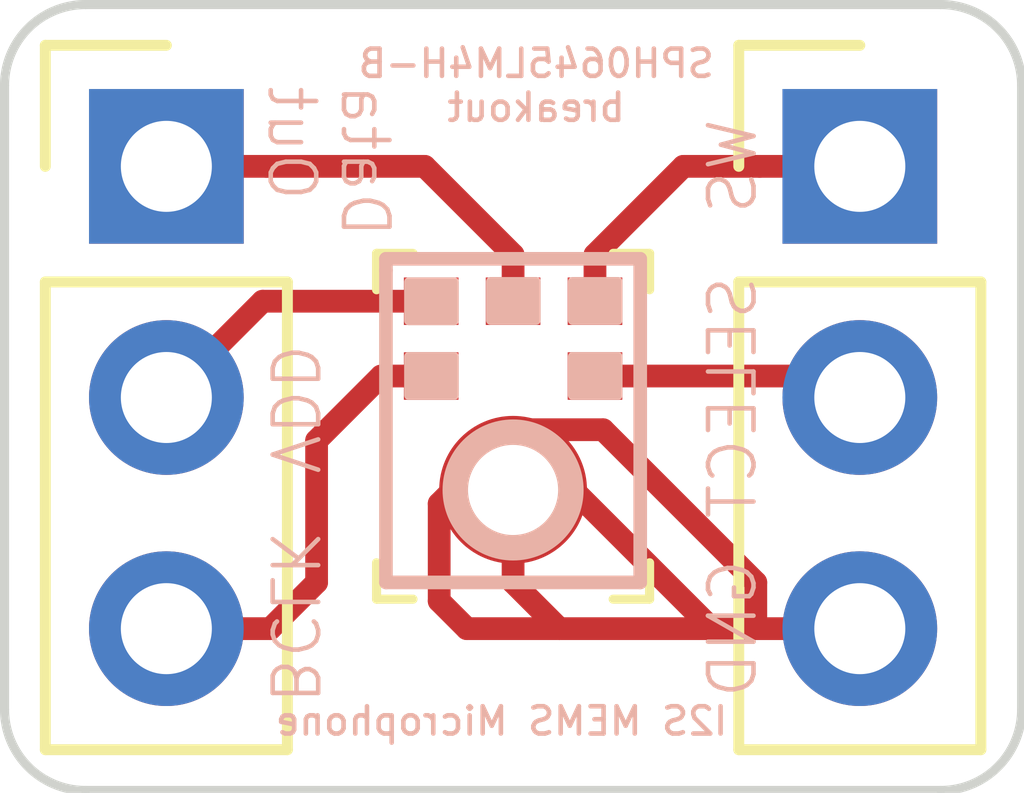
<source format=kicad_pcb>
(kicad_pcb (version 20171130) (host pcbnew 5.1.6)

  (general
    (thickness 1.6)
    (drawings 27)
    (tracks 30)
    (zones 0)
    (modules 4)
    (nets 1)
  )

  (page A4)
  (layers
    (0 F.Cu signal)
    (31 B.Cu signal)
    (32 B.Adhes user)
    (33 F.Adhes user)
    (34 B.Paste user)
    (35 F.Paste user)
    (36 B.SilkS user)
    (37 F.SilkS user)
    (38 B.Mask user)
    (39 F.Mask user)
    (40 Dwgs.User user)
    (41 Cmts.User user)
    (42 Eco1.User user)
    (43 Eco2.User user)
    (44 Edge.Cuts user)
    (45 Margin user)
    (46 B.CrtYd user)
    (47 F.CrtYd user)
    (48 B.Fab user)
    (49 F.Fab user hide)
  )

  (setup
    (last_trace_width 0.25)
    (user_trace_width 0.2)
    (trace_clearance 0.2)
    (zone_clearance 0.508)
    (zone_45_only no)
    (trace_min 0.2)
    (via_size 0.8)
    (via_drill 0.4)
    (via_min_size 0.4)
    (via_min_drill 0.3)
    (uvia_size 0.3)
    (uvia_drill 0.1)
    (uvias_allowed no)
    (uvia_min_size 0.2)
    (uvia_min_drill 0.1)
    (edge_width 0.1)
    (segment_width 0.2)
    (pcb_text_width 0.3)
    (pcb_text_size 1.5 1.5)
    (mod_edge_width 0.15)
    (mod_text_size 1 1)
    (mod_text_width 0.15)
    (pad_size 0.3 0.3)
    (pad_drill 0)
    (pad_to_mask_clearance 0)
    (aux_axis_origin 0 0)
    (visible_elements 7FFFFFFF)
    (pcbplotparams
      (layerselection 0x010fc_ffffffff)
      (usegerberextensions true)
      (usegerberattributes false)
      (usegerberadvancedattributes false)
      (creategerberjobfile false)
      (excludeedgelayer true)
      (linewidth 0.100000)
      (plotframeref false)
      (viasonmask false)
      (mode 1)
      (useauxorigin false)
      (hpglpennumber 1)
      (hpglpenspeed 20)
      (hpglpendiameter 15.000000)
      (psnegative false)
      (psa4output false)
      (plotreference true)
      (plotvalue true)
      (plotinvisibletext false)
      (padsonsilk false)
      (subtractmaskfromsilk false)
      (outputformat 1)
      (mirror false)
      (drillshape 0)
      (scaleselection 1)
      (outputdirectory "D:/programming/arduino/watch2/design_files/i2c_mic_breakout/"))
  )

  (net 0 "")

  (net_class Default "This is the default net class."
    (clearance 0.2)
    (trace_width 0.25)
    (via_dia 0.8)
    (via_drill 0.4)
    (uvia_dia 0.3)
    (uvia_drill 0.1)
  )

  (module "" (layer F.Cu) (tedit 0) (tstamp 5D4D8D0C)
    (at 128.397 84.48)
    (fp_text reference "" (at 0 0) (layer F.SilkS)
      (effects (font (size 1.27 1.27) (thickness 0.15)))
    )
    (fp_text value "" (at 0 0) (layer F.SilkS)
      (effects (font (size 1.27 1.27) (thickness 0.15)))
    )
    (fp_circle (center 0 -0.662) (end 0.662 -0.662) (layer F.Cu) (width 0.3))
  )

  (module DigiKey:SPH0645LM4H-B-messed-up (layer F.Cu) (tedit 5D4D776A) (tstamp 5D4D8B06)
    (at 128.397 83.82)
    (descr http://www.digikey.com/products/en?keywords=423-1405-1-ND)
    (attr smd)
    (fp_text reference REF** (at 1.163 -6.31) (layer F.SilkS) hide
      (effects (font (size 1 1) (thickness 0.15)))
    )
    (fp_text value SPH0645LM4H-B-messed-up (at 0 2.76) (layer F.Fab)
      (effects (font (size 1 1) (thickness 0.15)))
    )
    (fp_line (start -1.6 1.29) (end 1.6 1.29) (layer F.CrtYd) (width 0.05))
    (fp_line (start -1.6 -2.71) (end 1.6 -2.71) (layer F.CrtYd) (width 0.05))
    (fp_line (start 1.6 -2.71) (end 1.6 1.29) (layer F.CrtYd) (width 0.05))
    (fp_line (start -1.6 -2.71) (end -1.6 1.29) (layer F.CrtYd) (width 0.05))
    (fp_line (start -1.5 0.8) (end -1.5 1.2) (layer F.SilkS) (width 0.1))
    (fp_line (start -1.5 1.2) (end -1.1 1.2) (layer F.SilkS) (width 0.1))
    (fp_line (start 1.5 0.8) (end 1.5 1.2) (layer F.SilkS) (width 0.1))
    (fp_line (start 1.5 1.2) (end 1.1 1.2) (layer F.SilkS) (width 0.1))
    (fp_line (start -1.1 -2.6) (end -1.5 -2.6) (layer F.SilkS) (width 0.1))
    (fp_line (start -1.5 -2.6) (end -1.5 -2.2) (layer F.SilkS) (width 0.1))
    (fp_line (start 1.1 -2.6) (end 1.5 -2.6) (layer F.SilkS) (width 0.1))
    (fp_line (start 1.5 -2.6) (end 1.5 -2.2) (layer F.SilkS) (width 0.1))
    (fp_line (start -1.32 1.04) (end 1.32 1.04) (layer F.Fab) (width 0.1))
    (fp_line (start -1.32 -2.46) (end 1.32 -2.46) (layer F.Fab) (width 0.1))
    (fp_line (start 1.325 -2.46) (end 1.325 1.04) (layer F.Fab) (width 0.1))
    (fp_line (start -1.325 -2.46) (end -1.325 1.04) (layer F.Fab) (width 0.1))
    (fp_text user REF** (at 0 -0.6) (layer F.Fab)
      (effects (font (size 0.5 0.5) (thickness 0.05)))
    )
    (pad 6 smd rect (at 0 -2.074) (size 0.6 0.522) (layers F.Cu F.Paste F.Mask))
    (pad 5 smd rect (at 0.9 -2.074) (size 0.6 0.522) (layers F.Cu F.Paste F.Mask))
    (pad 4 smd rect (at 0.9 -1.252) (size 0.6 0.522) (layers F.Cu F.Paste F.Mask))
    (pad 2 smd rect (at -0.9 -1.252) (size 0.6 0.522) (layers F.Cu F.Paste F.Mask))
    (pad "" np_thru_hole circle (at 0 0) (size 0.325 0.325) (drill 0.325) (layers *.Cu *.Mask))
    (pad 1 smd rect (at -0.9 -2.074) (size 0.6 0.522) (layers F.Cu F.Paste F.Mask))
    (pad 3 smd circle (at 0.662 0) (size 0.3 0.3) (layers F.Cu F.Paste F.Mask))
    (pad 3 smd circle (at -0.662 0) (size 0.3 0.3) (layers F.Cu F.Paste F.Mask))
    (pad 3 smd circle (at 0 -0.662) (size 0.3 0.3) (layers F.Cu F.Paste F.Mask))
    (pad 3 smd circle (at 0 0.662) (size 0.3 0.3) (layers F.Cu F.Paste F.Mask))
  )

  (module Pin_Headers:Pin_Header_Straight_1x03_Pitch2.54mm (layer F.Cu) (tedit 59650532) (tstamp 5D4D5905)
    (at 124.587 80.264)
    (descr "Through hole straight pin header, 1x03, 2.54mm pitch, single row")
    (tags "Through hole pin header THT 1x03 2.54mm single row")
    (fp_text reference REF** (at 0 -2.33) (layer F.SilkS) hide
      (effects (font (size 1 1) (thickness 0.15)))
    )
    (fp_text value Pin_Header_Straight_1x03_Pitch2.54mm (at 0 7.41) (layer F.Fab)
      (effects (font (size 1 1) (thickness 0.15)))
    )
    (fp_line (start -0.635 -1.27) (end 1.27 -1.27) (layer F.Fab) (width 0.1))
    (fp_line (start 1.27 -1.27) (end 1.27 6.35) (layer F.Fab) (width 0.1))
    (fp_line (start 1.27 6.35) (end -1.27 6.35) (layer F.Fab) (width 0.1))
    (fp_line (start -1.27 6.35) (end -1.27 -0.635) (layer F.Fab) (width 0.1))
    (fp_line (start -1.27 -0.635) (end -0.635 -1.27) (layer F.Fab) (width 0.1))
    (fp_line (start -1.33 6.41) (end 1.33 6.41) (layer F.SilkS) (width 0.12))
    (fp_line (start -1.33 1.27) (end -1.33 6.41) (layer F.SilkS) (width 0.12))
    (fp_line (start 1.33 1.27) (end 1.33 6.41) (layer F.SilkS) (width 0.12))
    (fp_line (start -1.33 1.27) (end 1.33 1.27) (layer F.SilkS) (width 0.12))
    (fp_line (start -1.33 0) (end -1.33 -1.33) (layer F.SilkS) (width 0.12))
    (fp_line (start -1.33 -1.33) (end 0 -1.33) (layer F.SilkS) (width 0.12))
    (fp_line (start -1.8 -1.8) (end -1.8 6.85) (layer F.CrtYd) (width 0.05))
    (fp_line (start -1.8 6.85) (end 1.8 6.85) (layer F.CrtYd) (width 0.05))
    (fp_line (start 1.8 6.85) (end 1.8 -1.8) (layer F.CrtYd) (width 0.05))
    (fp_line (start 1.8 -1.8) (end -1.8 -1.8) (layer F.CrtYd) (width 0.05))
    (fp_text user %R (at 0 2.54 90) (layer F.Fab)
      (effects (font (size 1 1) (thickness 0.15)))
    )
    (pad 3 thru_hole oval (at 0 5.08) (size 1.7 1.7) (drill 1) (layers *.Cu *.Mask))
    (pad 2 thru_hole oval (at 0 2.54) (size 1.7 1.7) (drill 1) (layers *.Cu *.Mask))
    (pad 1 thru_hole rect (at 0 0) (size 1.7 1.7) (drill 1) (layers *.Cu *.Mask))
    (model ${KISYS3DMOD}/Pin_Headers.3dshapes/Pin_Header_Straight_1x03_Pitch2.54mm.wrl
      (at (xyz 0 0 0))
      (scale (xyz 1 1 1))
      (rotate (xyz 0 0 0))
    )
  )

  (module Pin_Headers:Pin_Header_Straight_1x03_Pitch2.54mm (layer F.Cu) (tedit 59650532) (tstamp 5D4D589D)
    (at 132.207 80.264)
    (descr "Through hole straight pin header, 1x03, 2.54mm pitch, single row")
    (tags "Through hole pin header THT 1x03 2.54mm single row")
    (fp_text reference REF** (at 0 -2.33) (layer F.SilkS) hide
      (effects (font (size 1 1) (thickness 0.15)))
    )
    (fp_text value Pin_Header_Straight_1x03_Pitch2.54mm (at 0 7.41) (layer F.Fab)
      (effects (font (size 1 1) (thickness 0.15)))
    )
    (fp_line (start 1.8 -1.8) (end -1.8 -1.8) (layer F.CrtYd) (width 0.05))
    (fp_line (start 1.8 6.85) (end 1.8 -1.8) (layer F.CrtYd) (width 0.05))
    (fp_line (start -1.8 6.85) (end 1.8 6.85) (layer F.CrtYd) (width 0.05))
    (fp_line (start -1.8 -1.8) (end -1.8 6.85) (layer F.CrtYd) (width 0.05))
    (fp_line (start -1.33 -1.33) (end 0 -1.33) (layer F.SilkS) (width 0.12))
    (fp_line (start -1.33 0) (end -1.33 -1.33) (layer F.SilkS) (width 0.12))
    (fp_line (start -1.33 1.27) (end 1.33 1.27) (layer F.SilkS) (width 0.12))
    (fp_line (start 1.33 1.27) (end 1.33 6.41) (layer F.SilkS) (width 0.12))
    (fp_line (start -1.33 1.27) (end -1.33 6.41) (layer F.SilkS) (width 0.12))
    (fp_line (start -1.33 6.41) (end 1.33 6.41) (layer F.SilkS) (width 0.12))
    (fp_line (start -1.27 -0.635) (end -0.635 -1.27) (layer F.Fab) (width 0.1))
    (fp_line (start -1.27 6.35) (end -1.27 -0.635) (layer F.Fab) (width 0.1))
    (fp_line (start 1.27 6.35) (end -1.27 6.35) (layer F.Fab) (width 0.1))
    (fp_line (start 1.27 -1.27) (end 1.27 6.35) (layer F.Fab) (width 0.1))
    (fp_line (start -0.635 -1.27) (end 1.27 -1.27) (layer F.Fab) (width 0.1))
    (fp_text user %R (at 0 2.54 90) (layer F.Fab)
      (effects (font (size 1 1) (thickness 0.15)))
    )
    (pad 1 thru_hole rect (at 0 0) (size 1.7 1.7) (drill 1) (layers *.Cu *.Mask))
    (pad 2 thru_hole oval (at 0 2.54) (size 1.7 1.7) (drill 1) (layers *.Cu *.Mask))
    (pad 3 thru_hole oval (at 0 5.08) (size 1.7 1.7) (drill 1) (layers *.Cu *.Mask))
    (model ${KISYS3DMOD}/Pin_Headers.3dshapes/Pin_Header_Straight_1x03_Pitch2.54mm.wrl
      (at (xyz 0 0 0))
      (scale (xyz 1 1 1))
      (rotate (xyz 0 0 0))
    )
  )

  (gr_arc (start 133.096 79.375) (end 133.985 79.375) (angle -90) (layer Edge.Cuts) (width 0.1) (tstamp 5D4D8ECA))
  (gr_arc (start 133.096 86.233) (end 133.096 87.122) (angle -90) (layer Edge.Cuts) (width 0.1) (tstamp 5D4D8EC0))
  (gr_arc (start 123.698 86.233) (end 122.809 86.233) (angle -90) (layer Edge.Cuts) (width 0.1) (tstamp 5D4D8EB6))
  (gr_arc (start 123.698 79.375) (end 123.698 78.486) (angle -90) (layer Edge.Cuts) (width 0.1))
  (gr_text "I2S MEMS Microphone" (at 128.27 86.36) (layer B.SilkS) (tstamp 5D4D8E88)
    (effects (font (size 0.3 0.3) (thickness 0.05)) (justify mirror))
  )
  (gr_text "SPH0645LM4H-B\nbreakout" (at 128.651 79.375) (layer B.SilkS)
    (effects (font (size 0.3 0.3) (thickness 0.05)) (justify mirror))
  )
  (gr_circle (center 128.397 83.82) (end 129.032 83.82) (layer B.SilkS) (width 0.28))
  (gr_line (start 133.096 78.486) (end 123.698 78.486) (layer Edge.Cuts) (width 0.1) (tstamp 5D4D63CA))
  (gr_line (start 133.985 86.233) (end 133.985 79.375) (layer Edge.Cuts) (width 0.1) (tstamp 5D4D63C9))
  (gr_line (start 123.698 87.122) (end 133.096 87.122) (layer Edge.Cuts) (width 0.1) (tstamp 5D4D63C8))
  (gr_line (start 122.809 79.375) (end 122.809 86.233) (layer Edge.Cuts) (width 0.1) (tstamp 5D4D63C7))
  (gr_poly (pts (xy 129.05 82.354) (xy 129.05 82.78) (xy 129.55 82.78) (xy 129.55 82.354)) (layer B.SilkS) (width 0.1) (tstamp 5D4D5BDD))
  (gr_poly (pts (xy 127.25 82.354) (xy 127.25 82.78) (xy 127.75 82.78) (xy 127.75 82.354)) (layer B.SilkS) (width 0.1) (tstamp 5D4D5BDB))
  (gr_poly (pts (xy 129.05 81.53) (xy 129.05 81.956) (xy 129.55 81.956) (xy 129.55 81.53)) (layer B.SilkS) (width 0.1) (tstamp 5D4D5BD9))
  (gr_poly (pts (xy 128.15 81.53) (xy 128.15 81.956) (xy 128.65 81.956) (xy 128.65 81.53)) (layer B.SilkS) (width 0.1) (tstamp 5D4D5BD2))
  (gr_poly (pts (xy 127.25 81.534) (xy 127.25 81.96) (xy 127.75 81.96) (xy 127.75 81.534)) (layer B.SilkS) (width 0.1))
  (gr_line (start 127 81.28) (end 127 81.407) (layer B.SilkS) (width 0.15) (tstamp 5D4D5BBD))
  (gr_line (start 129.794 81.28) (end 127 81.28) (layer B.SilkS) (width 0.15))
  (gr_line (start 129.794 84.836) (end 129.794 81.28) (layer B.SilkS) (width 0.15))
  (gr_line (start 127 84.836) (end 129.794 84.836) (layer B.SilkS) (width 0.15))
  (gr_line (start 127 81.407) (end 127 84.836) (layer B.SilkS) (width 0.15))
  (gr_text BCLK (at 125.984 85.217 270) (layer B.SilkS) (tstamp 5D4D5A22)
    (effects (font (size 0.5 0.5) (thickness 0.05)) (justify mirror))
  )
  (gr_text VDD (at 125.984 82.931 270) (layer B.SilkS) (tstamp 5D4D5A22)
    (effects (font (size 0.5 0.5) (thickness 0.05)) (justify mirror))
  )
  (gr_text "Data \nOut" (at 126.365 80.01 270) (layer B.SilkS) (tstamp 5D4D5A22)
    (effects (font (size 0.5 0.5) (thickness 0.05)) (justify mirror))
  )
  (gr_text GND (at 130.81 85.344 90) (layer B.SilkS) (tstamp 5D4D5A22)
    (effects (font (size 0.5 0.5) (thickness 0.05)) (justify mirror))
  )
  (gr_text SELECT (at 130.81 82.804 90) (layer B.SilkS) (tstamp 5D4D5A22)
    (effects (font (size 0.5 0.5) (thickness 0.05)) (justify mirror))
  )
  (gr_text WS (at 130.81 80.264 90) (layer B.SilkS)
    (effects (font (size 0.5 0.5) (thickness 0.05)) (justify mirror))
  )

  (segment (start 131.107 80.264) (end 132.207 80.264) (width 0.25) (layer F.Cu) (net 0))
  (segment (start 130.268 80.264) (end 131.107 80.264) (width 0.25) (layer F.Cu) (net 0))
  (segment (start 129.297 81.235) (end 130.268 80.264) (width 0.25) (layer F.Cu) (net 0))
  (segment (start 129.297 81.746) (end 129.297 81.235) (width 0.25) (layer F.Cu) (net 0))
  (segment (start 131.971 82.568) (end 132.207 82.804) (width 0.25) (layer F.Cu) (net 0))
  (segment (start 129.297 82.568) (end 131.971 82.568) (width 0.25) (layer F.Cu) (net 0))
  (segment (start 126.947 82.568) (end 127.497 82.568) (width 0.25) (layer F.Cu) (net 0))
  (segment (start 126.238 83.277) (end 126.947 82.568) (width 0.25) (layer F.Cu) (net 0))
  (segment (start 126.238 84.836) (end 126.238 83.277) (width 0.25) (layer F.Cu) (net 0))
  (segment (start 124.587 85.344) (end 125.73 85.344) (width 0.25) (layer F.Cu) (net 0))
  (segment (start 125.73 85.344) (end 126.238 84.836) (width 0.25) (layer F.Cu) (net 0))
  (segment (start 125.645 81.746) (end 124.587 82.804) (width 0.25) (layer F.Cu) (net 0))
  (segment (start 127.497 81.746) (end 125.645 81.746) (width 0.25) (layer F.Cu) (net 0))
  (segment (start 125.687 80.264) (end 124.587 80.264) (width 0.25) (layer F.Cu) (net 0))
  (segment (start 127.426 80.264) (end 125.687 80.264) (width 0.25) (layer F.Cu) (net 0))
  (segment (start 128.397 81.235) (end 127.426 80.264) (width 0.25) (layer F.Cu) (net 0))
  (segment (start 128.397 81.746) (end 128.397 81.235) (width 0.25) (layer F.Cu) (net 0))
  (segment (start 130.583 85.344) (end 129.059 83.82) (width 0.25) (layer F.Cu) (net 0))
  (segment (start 128.397 84.482) (end 128.397 84.836) (width 0.25) (layer F.Cu) (net 0))
  (segment (start 128.905 85.344) (end 130.583 85.344) (width 0.25) (layer F.Cu) (net 0))
  (segment (start 128.397 84.836) (end 128.905 85.344) (width 0.25) (layer F.Cu) (net 0))
  (segment (start 127.585001 83.969999) (end 127.585001 85.040001) (width 0.25) (layer F.Cu) (net 0))
  (segment (start 127.735 83.82) (end 127.585001 83.969999) (width 0.25) (layer F.Cu) (net 0))
  (segment (start 127.889 85.344) (end 128.905 85.344) (width 0.25) (layer F.Cu) (net 0))
  (segment (start 127.585001 85.040001) (end 127.889 85.344) (width 0.25) (layer F.Cu) (net 0))
  (segment (start 128.397 83.158) (end 129.386 83.158) (width 0.25) (layer F.Cu) (net 0))
  (segment (start 131.064 84.836) (end 131.064 85.344) (width 0.25) (layer F.Cu) (net 0))
  (segment (start 129.386 83.158) (end 131.064 84.836) (width 0.25) (layer F.Cu) (net 0))
  (segment (start 132.207 85.344) (end 131.064 85.344) (width 0.25) (layer F.Cu) (net 0))
  (segment (start 131.064 85.344) (end 130.583 85.344) (width 0.25) (layer F.Cu) (net 0))

)

</source>
